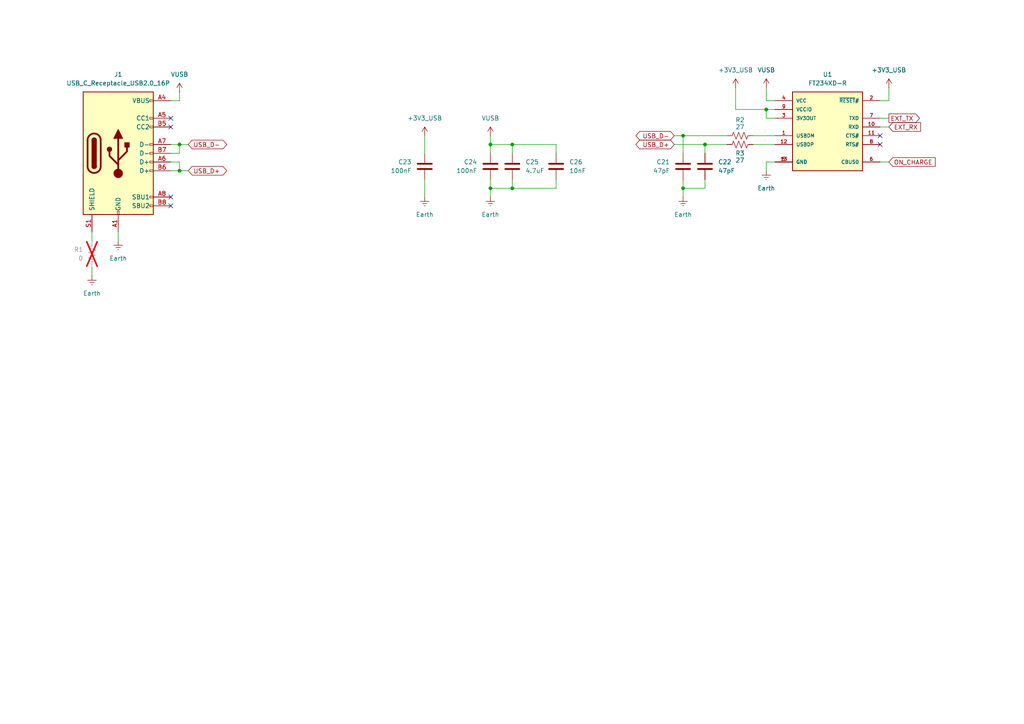
<source format=kicad_sch>
(kicad_sch (version 20231120) (generator "eeschema") (generator_version "8.0")
  (paper "A4")
  (title_block (title "Small Pendant") (rev "A") (company "MJHaahr") (comment 1 "Matthew Haahr"))
  (lib_symbols
    (symbol "Connector:USB_C_Receptacle_USB2.0_16P" (pin_names (offset 1.016))
      (property "Reference" "J" (at 0 22.225 0))
      (property "Value" "USB_C_Receptacle_USB2.0_16P" (at 0 19.685 0))
      (symbol "USB_C_Receptacle_USB2.0_16P_0_0"
        (rectangle (start -0.254 -17.78) (end 0.254 -16.764))
        (rectangle (start 10.16 -14.986) (end 9.144 -15.494))
        (rectangle (start 10.16 -12.446) (end 9.144 -12.954))
        (rectangle (start 10.16 -4.826) (end 9.144 -5.334))
        (rectangle (start 10.16 -2.286) (end 9.144 -2.794))
        (rectangle (start 10.16 0.254) (end 9.144 -0.254))
        (rectangle (start 10.16 2.794) (end 9.144 2.286))
        (rectangle (start 10.16 7.874) (end 9.144 7.366))
        (rectangle (start 10.16 10.414) (end 9.144 9.906))
        (rectangle (start 10.16 15.494) (end 9.144 14.986))
      )
      (symbol "USB_C_Receptacle_USB2.0_16P_0_1"
        (rectangle (start -10.16 17.78) (end 10.16 -17.78) (stroke (width 0.254)) (fill (type background)))
        (arc (start -8.89 -3.81) (mid -6.985 -5.7067) (end -5.08 -3.81) (stroke (width 0.508)))
        (arc (start -7.62 -3.81) (mid -6.985 -4.4423) (end -6.35 -3.81) (stroke (width 0.254)))
        (arc (start -7.62 -3.81) (mid -6.985 -4.4423) (end -6.35 -3.81) (stroke (width 0.254)) (fill (type outline)))
        (rectangle (start -7.62 -3.81) (end -6.35 3.81) (stroke (width 0.254)) (fill (type outline)))
        (arc (start -6.35 3.81) (mid -6.985 4.4423) (end -7.62 3.81) (stroke (width 0.254)))
        (arc (start -6.35 3.81) (mid -6.985 4.4423) (end -7.62 3.81) (stroke (width 0.254)) (fill (type outline)))
        (arc (start -5.08 3.81) (mid -6.985 5.7067) (end -8.89 3.81) (stroke (width 0.508)))
        (circle (center -2.54 1.143) (radius 0.635) (stroke (width 0.254)) (fill (type outline)))
        (circle (center 0 -5.842) (radius 1.27) (fill (type outline)))
        (polyline (pts (xy -8.89 -3.81) (xy -8.89 3.81)) (stroke (width 0.508)))
        (polyline (pts (xy -5.08 3.81) (xy -5.08 -3.81)) (stroke (width 0.508)))
        (polyline (pts (xy 0 -5.842) (xy 0 4.318)) (stroke (width 0.508)))
        (polyline (pts (xy 0 -3.302) (xy -2.54 -0.762) (xy -2.54 0.508)) (stroke (width 0.508)))
        (polyline (pts (xy 0 -2.032) (xy 2.54 0.508) (xy 2.54 1.778)) (stroke (width 0.508)))
        (polyline (pts (xy -1.27 4.318) (xy 0 6.858) (xy 1.27 4.318) (xy -1.27 4.318)) (stroke (width 0.254)) (fill (type outline)))
        (rectangle (start 1.905 1.778) (end 3.175 3.048) (stroke (width 0.254)) (fill (type outline)))
      )
      (symbol "USB_C_Receptacle_USB2.0_16P_1_1"
        (pin passive line (at 0 -22.86 90) (length 5.08) (name "GND") (number "A1"))
        (pin passive line (at 0 -22.86 90) (length 5.08) hide (name "GND") (number "A12"))
        (pin passive line (at 15.24 15.24 180) (length 5.08) (name "VBUS") (number "A4"))
        (pin bidirectional line (at 15.24 10.16 180) (length 5.08) (name "CC1") (number "A5"))
        (pin bidirectional line (at 15.24 -2.54 180) (length 5.08) (name "D+") (number "A6"))
        (pin bidirectional line (at 15.24 2.54 180) (length 5.08) (name "D-") (number "A7"))
        (pin bidirectional line (at 15.24 -12.7 180) (length 5.08) (name "SBU1") (number "A8"))
        (pin passive line (at 15.24 15.24 180) (length 5.08) hide (name "VBUS") (number "A9"))
        (pin passive line (at 0 -22.86 90) (length 5.08) hide (name "GND") (number "B1"))
        (pin passive line (at 0 -22.86 90) (length 5.08) hide (name "GND") (number "B12"))
        (pin passive line (at 15.24 15.24 180) (length 5.08) hide (name "VBUS") (number "B4"))
        (pin bidirectional line (at 15.24 7.62 180) (length 5.08) (name "CC2") (number "B5"))
        (pin bidirectional line (at 15.24 -5.08 180) (length 5.08) (name "D+") (number "B6"))
        (pin bidirectional line (at 15.24 0 180) (length 5.08) (name "D-") (number "B7"))
        (pin bidirectional line (at 15.24 -15.24 180) (length 5.08) (name "SBU2") (number "B8"))
        (pin passive line (at 15.24 15.24 180) (length 5.08) hide (name "VBUS") (number "B9"))
        (pin passive line (at -7.62 -22.86 90) (length 5.08) (name "SHIELD") (number "S1"))
      )
    )
    (symbol "Device:C" (pin_numbers hide) (pin_names (offset 0.254))
      (property "Reference" "C" (at 0.635 2.54 0))
      (property "Value" "C" (at 0.635 -2.54 0))
      (symbol "C_0_1"
        (polyline (pts (xy -2.032 -0.762) (xy 2.032 -0.762)) (stroke (width 0.508)))
        (polyline (pts (xy -2.032 0.762) (xy 2.032 0.762)) (stroke (width 0.508)))
      )
      (symbol "C_1_1"
        (pin passive line (at 0 3.81 270) (length 2.794) (name "~") (number "1"))
        (pin passive line (at 0 -3.81 90) (length 2.794) (name "~") (number "2"))
      )
    )
    (symbol "Device:R_US" (pin_numbers hide) (pin_names (offset 0))
      (property "Reference" "R" (at 2.54 0 90))
      (property "Value" "R_US" (at -2.54 0 90))
      (symbol "R_US_0_1"
        (polyline (pts (xy 0 -2.286) (xy 0 -2.54)))
        (polyline (pts (xy 0 2.286) (xy 0 2.54)))
        (polyline (pts (xy 0 -0.762) (xy 1.016 -1.143) (xy 0 -1.524) (xy -1.016 -1.905) (xy 0 -2.286)))
        (polyline (pts (xy 0 0.762) (xy 1.016 0.381) (xy 0 0) (xy -1.016 -0.381) (xy 0 -0.762)))
        (polyline (pts (xy 0 2.286) (xy 1.016 1.905) (xy 0 1.524) (xy -1.016 1.143) (xy 0 0.762)))
      )
      (symbol "R_US_1_1"
        (pin passive line (at 0 3.81 270) (length 1.27) (name "~") (number "1"))
        (pin passive line (at 0 -3.81 90) (length 1.27) (name "~") (number "2"))
      )
    )
    (symbol "Interface_USB:FT234XD-R" (pin_names (offset 1.016))
      (property "Reference" "U" (at -10.16 13.97 0))
      (property "Value" "FT234XD-R" (at -10.16 -11.43 0))
      (symbol "FT234XD-R_0_0"
        (rectangle (start -10.16 -10.16) (end 10.16 12.7) (stroke (width 0.254)) (fill (type background)))
        (pin bidirectional line (at 15.24 0 180) (length 5.08) (name "USBDM") (number "1"))
        (pin input line (at -15.24 2.54 0) (length 5.08) (name "RXD") (number "10"))
        (pin input line (at -15.24 0 0) (length 5.08) (name "CTS#") (number "11"))
        (pin bidirectional line (at 15.24 -2.54 180) (length 5.08) (name "USBDP") (number "12"))
        (pin power_in line (at 15.24 -7.62 180) (length 5.08) (name "GND") (number "13"))
        (pin input line (at -15.24 10.16 0) (length 5.08) (name "~{RESET}#") (number "2"))
        (pin output line (at 15.24 5.08 180) (length 5.08) (name "3V3OUT") (number "3"))
        (pin power_in line (at 15.24 10.16 180) (length 5.08) (name "VCC") (number "4"))
        (pin power_in line (at 15.24 -7.62 180) (length 5.08) (name "GND") (number "5"))
        (pin bidirectional line (at -15.24 -7.62 0) (length 5.08) (name "CBUS0") (number "6"))
        (pin output line (at -15.24 5.08 0) (length 5.08) (name "TXD") (number "7"))
        (pin output line (at -15.24 -2.54 0) (length 5.08) (name "RTS#") (number "8"))
        (pin power_in line (at 15.24 7.62 180) (length 5.08) (name "VCCIO") (number "9"))
      )
    )
    (symbol "power:Earth" (power) (pin_numbers hide) (pin_names (offset 0) hide)
      (property "Value" "Earth" (at 0 -3.81 0))
      (symbol "Earth_0_1"
        (polyline (pts (xy -0.635 -1.905) (xy 0.635 -1.905)))
        (polyline (pts (xy -0.127 -2.54) (xy 0.127 -2.54)))
        (polyline (pts (xy 0 -1.27) (xy 0 0)))
        (polyline (pts (xy 1.27 -1.27) (xy -1.27 -1.27)))
      )
      (symbol "Earth_1_1"
        (pin power_in line (at 0 0 270) (length 0) (name "~") (number "1"))
      )
    )
    (symbol "power:VBUS" (power) (pin_numbers hide) (pin_names (offset 0) hide)
      (property "Value" "VBUS" (at 0 3.556 0))
      (symbol "VBUS_0_1"
        (polyline (pts (xy -0.762 1.27) (xy 0 2.54)))
        (polyline (pts (xy 0 0) (xy 0 2.54)))
        (polyline (pts (xy 0 2.54) (xy 0.762 1.27)))
      )
      (symbol "VBUS_1_1"
        (pin power_in line (at 0 0 90) (length 0) (name "~") (number "1"))
      )
    )
  )
  (junction (at 148.59 41.91))
  (junction (at 198.12 39.37))
  (junction (at 198.12 54.61))
  (junction (at 52.07 49.53))
  (junction (at 148.59 54.61))
  (junction (at 204.47 41.91))
  (junction (at 222.25 31.75))
  (junction (at 142.24 41.91))
  (junction (at 142.24 54.61))
  (junction (at 52.07 41.91))
  (no_connect (at 255.27 39.37))
  (no_connect (at 49.53 36.83))
  (no_connect (at 49.53 59.69))
  (no_connect (at 255.27 41.91))
  (no_connect (at 49.53 57.15))
  (no_connect (at 49.53 34.29))
  (wire (pts (xy 52.07 41.91) (xy 54.61 41.91)))
  (wire (pts (xy 204.47 54.61) (xy 198.12 54.61)))
  (wire (pts (xy 222.25 46.99) (xy 222.25 49.53)))
  (wire (pts (xy 142.24 44.45) (xy 142.24 41.91)))
  (wire (pts (xy 26.67 77.47) (xy 26.67 80.01)))
  (wire (pts (xy 52.07 46.99) (xy 52.07 49.53)))
  (wire (pts (xy 49.53 46.99) (xy 52.07 46.99)))
  (wire (pts (xy 222.25 25.4) (xy 222.25 29.21)))
  (wire (pts (xy 52.07 26.67) (xy 52.07 29.21)))
  (wire (pts (xy 213.36 31.75) (xy 213.36 25.4)))
  (wire (pts (xy 123.19 57.15) (xy 123.19 52.07)))
  (wire (pts (xy 49.53 41.91) (xy 52.07 41.91)))
  (wire (pts (xy 195.58 41.91) (xy 204.47 41.91)))
  (wire (pts (xy 52.07 41.91) (xy 52.07 44.45)))
  (wire (pts (xy 148.59 41.91) (xy 148.59 44.45)))
  (wire (pts (xy 49.53 49.53) (xy 52.07 49.53)))
  (wire (pts (xy 142.24 57.15) (xy 142.24 54.61)))
  (wire (pts (xy 198.12 54.61) (xy 198.12 52.07)))
  (wire (pts (xy 218.44 41.91) (xy 224.79 41.91)))
  (wire (pts (xy 123.19 39.37) (xy 123.19 44.45)))
  (wire (pts (xy 198.12 39.37) (xy 210.82 39.37)))
  (wire (pts (xy 224.79 29.21) (xy 222.25 29.21)))
  (wire (pts (xy 198.12 54.61) (xy 198.12 57.15)))
  (wire (pts (xy 142.24 39.37) (xy 142.24 41.91)))
  (wire (pts (xy 255.27 46.99) (xy 257.81 46.99)))
  (wire (pts (xy 161.29 41.91) (xy 161.29 44.45)))
  (wire (pts (xy 148.59 52.07) (xy 148.59 54.61)))
  (wire (pts (xy 255.27 36.83) (xy 257.81 36.83)))
  (wire (pts (xy 52.07 29.21) (xy 49.53 29.21)))
  (wire (pts (xy 204.47 41.91) (xy 204.47 44.45)))
  (wire (pts (xy 255.27 34.29) (xy 257.81 34.29)))
  (wire (pts (xy 34.29 67.31) (xy 34.29 69.85)))
  (wire (pts (xy 213.36 31.75) (xy 222.25 31.75)))
  (wire (pts (xy 257.81 25.4) (xy 257.81 29.21)))
  (wire (pts (xy 161.29 54.61) (xy 148.59 54.61)))
  (wire (pts (xy 222.25 31.75) (xy 224.79 31.75)))
  (wire (pts (xy 198.12 39.37) (xy 198.12 44.45)))
  (wire (pts (xy 204.47 41.91) (xy 210.82 41.91)))
  (wire (pts (xy 142.24 41.91) (xy 148.59 41.91)))
  (wire (pts (xy 52.07 49.53) (xy 54.61 49.53)))
  (wire (pts (xy 222.25 31.75) (xy 222.25 34.29)))
  (wire (pts (xy 195.58 39.37) (xy 198.12 39.37)))
  (wire (pts (xy 218.44 39.37) (xy 224.79 39.37)))
  (wire (pts (xy 224.79 46.99) (xy 222.25 46.99)))
  (wire (pts (xy 26.67 67.31) (xy 26.67 69.85)))
  (wire (pts (xy 257.81 29.21) (xy 255.27 29.21)))
  (wire (pts (xy 204.47 52.07) (xy 204.47 54.61)))
  (wire (pts (xy 148.59 41.91) (xy 161.29 41.91)))
  (wire (pts (xy 49.53 44.45) (xy 52.07 44.45)))
  (wire (pts (xy 142.24 52.07) (xy 142.24 54.61)))
  (wire (pts (xy 148.59 54.61) (xy 142.24 54.61)))
  (wire (pts (xy 222.25 34.29) (xy 224.79 34.29)))
  (wire (pts (xy 161.29 52.07) (xy 161.29 54.61)))
  (label "USB_D'+" (at 218.44 41.91 0))
  (label "USB_D'-" (at 218.44 39.37 0))
  (global_label "EXT_RX" (shape input) (at 257.81 36.83 0) (property "Intersheetrefs" "${INTERSHEET_REFS}" (effects (hide yes))))
  (global_label "USB_D-" (shape bidirectional) (at 195.58 39.37 180) (property "Intersheetrefs" "${INTERSHEET_REFS}" (effects (hide yes))))
  (global_label "EXT_TX" (shape output) (at 257.81 34.29 0) (property "Intersheetrefs" "${INTERSHEET_REFS}" (effects (hide yes))))
  (global_label "ON_CHARGE" (shape input) (at 257.81 46.99 0) (property "Intersheetrefs" "${INTERSHEET_REFS}" (effects (hide yes))))
  (global_label "USB_D-" (shape bidirectional) (at 54.61 41.91 0) (property "Intersheetrefs" "${INTERSHEET_REFS}" (effects (hide yes))))
  (global_label "USB_D+" (shape bidirectional) (at 195.58 41.91 180) (property "Intersheetrefs" "${INTERSHEET_REFS}" (effects (hide yes))))
  (global_label "USB_D+" (shape bidirectional) (at 54.61 49.53 0) (property "Intersheetrefs" "${INTERSHEET_REFS}" (effects (hide yes))))
  (symbol (lib_id "Device:C") (at 123.19 48.26 0) (mirror y) (unit 1)
    (property "Reference" "C23" (at 119.38 46.9899 0) (effects (justify left)))
    (property "Value" "100nF" (at 119.38 49.5299 0) (effects (justify left)))
    (property "Footprint" "Capacitor_SMD:C_0402_1005Metric" (effects (hide yes)))
    (property "Description" "Unpolarized capacitor" (effects (hide yes)))
  )
  (symbol (lib_id "Device:R_US") (at 214.63 41.91 90) (unit 1)
    (property "Reference" "R3" (at 214.63 44.45 90))
    (property "Value" "27" (at 214.63 46.482 90))
    (property "Footprint" "Resistor_SMD:R_0402_1005Metric" (effects (hide yes)))
    (property "Description" "Resistor, US symbol" (effects (hide yes)))
  )
  (symbol (lib_id "Device:R_US") (at 214.63 39.37 90) (unit 1)
    (property "Reference" "R2" (at 214.63 34.798 90))
    (property "Value" "27" (at 214.63 36.83 90))
    (property "Footprint" "Resistor_SMD:R_0402_1005Metric" (effects (hide yes)))
    (property "Description" "Resistor, US symbol" (effects (hide yes)))
  )
  (symbol (lib_id "Device:C") (at 204.47 48.26 0) (unit 1)
    (property "Reference" "C22" (at 208.28 46.9899 0) (effects (justify left)))
    (property "Value" "47pF" (at 208.28 49.5299 0) (effects (justify left)))
    (property "Footprint" "Capacitor_SMD:C_0402_1005Metric" (effects (hide yes)))
    (property "Description" "Unpolarized capacitor" (effects (hide yes)))
  )
  (symbol (lib_id "power:Earth") (at 142.24 57.15 0) (unit 1)
    (property "Reference" "#PWR036" (effects (hide yes)))
    (property "Value" "Earth" (at 142.24 62.23 0))
    (property "Description" "Power symbol creates a global label with name \"Earth\"" (effects (hide yes)))
  )
  (symbol (lib_id "Device:C") (at 161.29 48.26 0) (unit 1)
    (property "Reference" "C26" (at 165.1 46.9899 0) (effects (justify left)))
    (property "Value" "10nF" (at 165.1 49.5299 0) (effects (justify left)))
    (property "Footprint" "Capacitor_SMD:C_0402_1005Metric" (effects (hide yes)))
    (property "Description" "Unpolarized capacitor" (effects (hide yes)))
  )
  (symbol (lib_id "Interface_USB:FT234XD-R") (at 240.03 39.37 0) (mirror y) (unit 1)
    (property "Reference" "U1" (at 240.03 21.59 0))
    (property "Value" "FT234XD-R" (at 240.03 24.13 0))
    (property "Footprint" "Package_DFN_QFN:DFN-12-1EP_3x3mm_P0.45mm_EP1.65x2.38mm" (effects (hide yes)))
    (property "MF" "FTDI Chip" (effects (hide yes)))
    (property "MAXIMUM_PACKAGE_HEIGHT" "0.8mm" (effects (hide yes)))
    (property "Package" "DFN-12 FTDI" (effects (hide yes)))
    (property "Price" "None" (effects (hide yes)))
    (property "Check_prices" "https://www.snapeda.com/parts/FT234XD-R/FTDI/view-part/?ref=eda" (effects (hide yes)))
    (property "STANDARD" "IPC-7351B" (effects (hide yes)))
    (property "PARTREV" "Version 1.2" (effects (hide yes)))
    (property "SnapEDA_Link" "https://www.snapeda.com/parts/FT234XD-R/FTDI/view-part/?ref=snap" (effects (hide yes)))
    (property "MP" "FT234XD-R" (effects (hide yes)))
    (property "Description_1" "\n                        \n                            USB Full Speed to Basic UART IC with USB Charger Detection | FTDI FT234XD-R\n                        \n" (effects (hide yes)))
    (property "Availability" "In Stock" (effects (hide yes)))
    (property "MANUFACTURER" "FTDI" (effects (hide yes)))
  )
  (symbol (lib_id "power:VBUS") (at 123.19 39.37 0) (unit 1)
    (property "Reference" "#PWR033" (effects (hide yes)))
    (property "Value" "+3V3_USB" (at 123.19 34.29 0))
    (property "Description" "Power symbol creates a global label with name \"+3V3_USB\"" (effects (hide yes)))
  )
  (symbol (lib_id "power:VBUS") (at 257.81 25.4 0) (unit 1)
    (property "Reference" "#PWR032" (effects (hide yes)))
    (property "Value" "+3V3_USB" (at 257.81 20.32 0))
    (property "Description" "Power symbol creates a global label with name \"+3V3_USB\"" (effects (hide yes)))
  )
  (symbol (lib_id "Device:C") (at 148.59 48.26 0) (unit 1)
    (property "Reference" "C25" (at 152.4 46.9899 0) (effects (justify left)))
    (property "Value" "4.7uF" (at 152.4 49.5299 0) (effects (justify left)))
    (property "Footprint" "Capacitor_SMD:C_0402_1005Metric" (effects (hide yes)))
    (property "Description" "Unpolarized capacitor" (effects (hide yes)))
  )
  (symbol (lib_id "power:VBUS") (at 52.07 26.67 0) (unit 1)
    (property "Reference" "#PWR028" (effects (hide yes)))
    (property "Value" "VUSB" (at 52.07 21.59 0))
    (property "Description" "Power symbol creates a global label with name \"VUSB\"" (effects (hide yes)))
  )
  (symbol (lib_id "Device:R_US") (at 26.67 73.66 0) (mirror x) (unit 1) (in_bom no) (dnp yes)
    (property "Reference" "R1" (at 24.13 72.3899 0) (effects (justify right)))
    (property "Value" "0" (at 24.13 74.9299 0) (effects (justify right)))
    (property "Footprint" "Resistor_SMD:R_0402_1005Metric" (effects (hide yes)))
    (property "Description" "Resistor, US symbol" (effects (hide yes)))
  )
  (symbol (lib_id "Connector:USB_C_Receptacle_USB2.0_16P") (at 34.29 44.45 0) (unit 1)
    (property "Reference" "J1" (at 34.29 21.59 0))
    (property "Value" "USB_C_Receptacle_USB2.0_16P" (at 34.29 24.13 0))
    (property "Footprint" "Connector_USB:USB_C_Receptacle_GCT_USB4110" (effects (hide yes)))
    (property "Datasheet" "https://www.usb.org/sites/default/files/documents/usb_type-c.zip" (effects (hide yes)))
    (property "Description" "USB 2.0-only 16P Type-C Receptacle connector" (effects (hide yes)))
  )
  (symbol (lib_id "power:Earth") (at 34.29 69.85 0) (unit 1)
    (property "Reference" "#PWR026" (effects (hide yes)))
    (property "Value" "Earth" (at 34.29 74.93 0))
    (property "Description" "Power symbol creates a global label with name \"Earth\"" (effects (hide yes)))
  )
  (symbol (lib_id "power:Earth") (at 123.19 57.15 0) (unit 1)
    (property "Reference" "#PWR034" (effects (hide yes)))
    (property "Value" "Earth" (at 123.19 62.23 0))
    (property "Description" "Power symbol creates a global label with name \"Earth\"" (effects (hide yes)))
  )
  (symbol (lib_id "power:VBUS") (at 222.25 25.4 0) (unit 1)
    (property "Reference" "#PWR030" (effects (hide yes)))
    (property "Value" "VUSB" (at 222.25 20.32 0))
    (property "Description" "Power symbol creates a global label with name \"VUSB\"" (effects (hide yes)))
  )
  (symbol (lib_id "power:Earth") (at 198.12 57.15 0) (unit 1)
    (property "Reference" "#PWR027" (effects (hide yes)))
    (property "Value" "Earth" (at 198.12 62.23 0))
    (property "Description" "Power symbol creates a global label with name \"Earth\"" (effects (hide yes)))
  )
  (symbol (lib_id "Device:C") (at 198.12 48.26 0) (mirror y) (unit 1)
    (property "Reference" "C21" (at 194.31 46.9899 0) (effects (justify left)))
    (property "Value" "47pF" (at 194.31 49.5299 0) (effects (justify left)))
    (property "Footprint" "Capacitor_SMD:C_0402_1005Metric" (effects (hide yes)))
    (property "Description" "Unpolarized capacitor" (effects (hide yes)))
  )
  (symbol (lib_id "power:Earth") (at 26.67 80.01 0) (unit 1)
    (property "Reference" "#PWR025" (effects (hide yes)))
    (property "Value" "Earth" (at 26.67 85.09 0))
    (property "Description" "Power symbol creates a global label with name \"Earth\"" (effects (hide yes)))
  )
  (symbol (lib_id "power:VBUS") (at 142.24 39.37 0) (unit 1)
    (property "Reference" "#PWR035" (effects (hide yes)))
    (property "Value" "VUSB" (at 142.24 34.29 0))
    (property "Description" "Power symbol creates a global label with name \"VUSB\"" (effects (hide yes)))
  )
  (symbol (lib_id "power:Earth") (at 222.25 49.53 0) (unit 1)
    (property "Reference" "#PWR031" (effects (hide yes)))
    (property "Value" "Earth" (at 222.25 54.61 0))
    (property "Description" "Power symbol creates a global label with name \"Earth\"" (effects (hide yes)))
  )
  (symbol (lib_id "Device:C") (at 142.24 48.26 0) (mirror y) (unit 1)
    (property "Reference" "C24" (at 138.43 46.9899 0) (effects (justify left)))
    (property "Value" "100nF" (at 138.43 49.5299 0) (effects (justify left)))
    (property "Footprint" "Capacitor_SMD:C_0402_1005Metric" (effects (hide yes)))
    (property "Description" "Unpolarized capacitor" (effects (hide yes)))
  )
  (symbol (lib_id "power:VBUS") (at 213.36 25.4 0) (unit 1)
    (property "Reference" "#PWR029" (effects (hide yes)))
    (property "Value" "+3V3_USB" (at 213.36 20.32 0))
    (property "Description" "Power symbol creates a global label with name \"+3V3_USB\"" (effects (hide yes)))
  )
)
</source>
